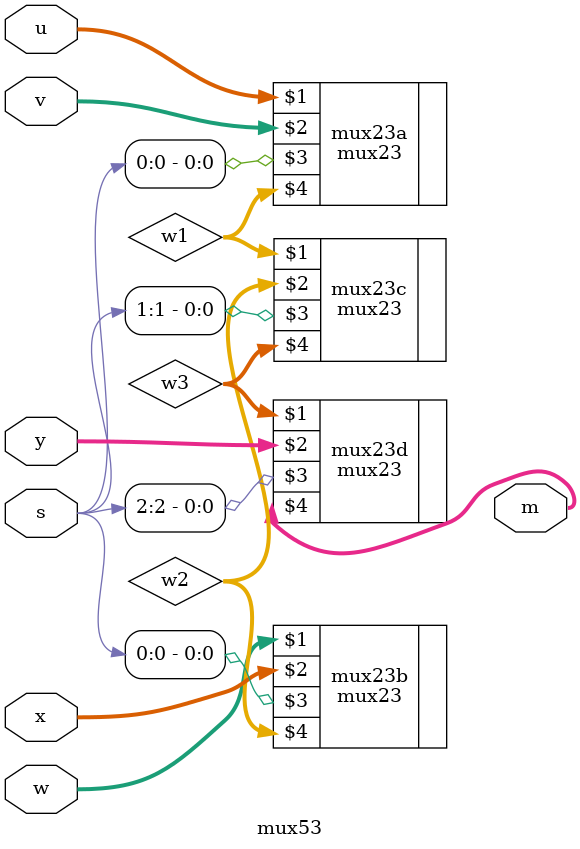
<source format=sv>
module mux53(input logic [2:0] u, v, w, x, y,
             input logic [2:0] s,
             output logic [2:0] m);
             
    logic [2:0] w1;
    logic [2:0] w2;
    logic [2:0] w3;
    
    mux23 mux23a(u, v, s[0], w1);
    mux23 mux23b(w, x, s[0], w2);
    mux23 mux23c(w1, w2, s[1], w3);
    mux23 mux23d(w3, y, s[2], m);
             
endmodule
</source>
